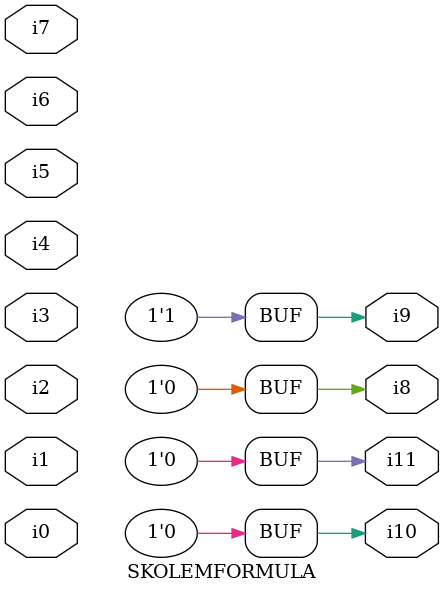
<source format=v>

module SKOLEMFORMULA ( 
    i0, i1, i2, i3, i4, i5, i6, i7,
    i8, i9, i10, i11  );
  input  i0, i1, i2, i3, i4, i5, i6, i7;
  output i8, i9, i10, i11;
  assign i8 = 1'b0;
  assign i9 = 1'b1;
  assign i10 = 1'b0;
  assign i11 = 1'b0;
endmodule



</source>
